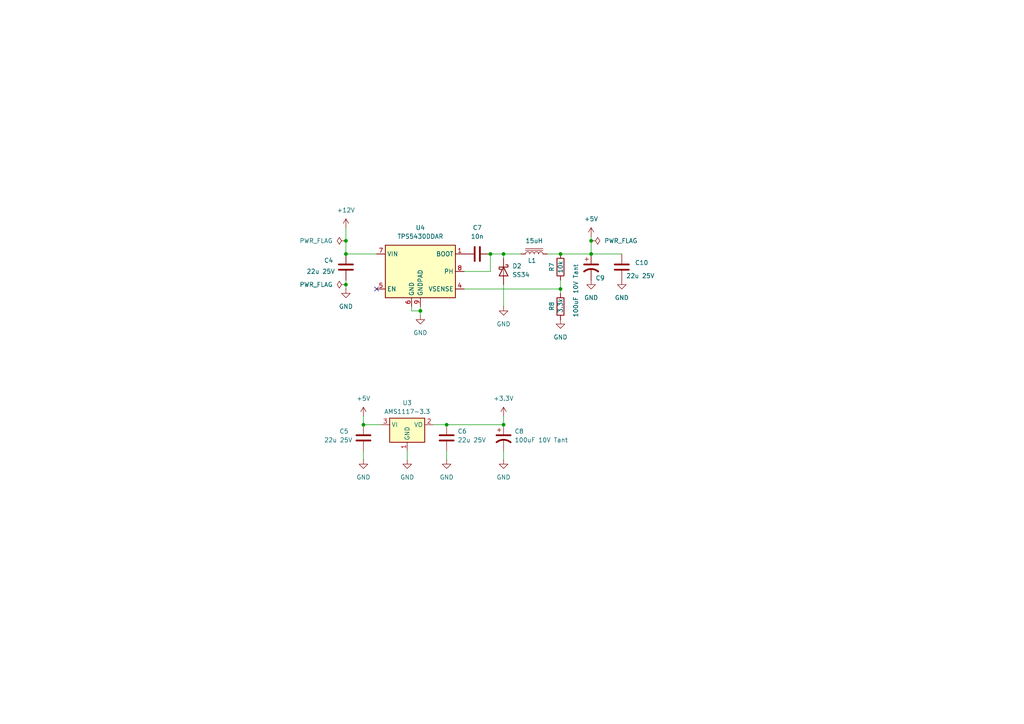
<source format=kicad_sch>
(kicad_sch (version 20231120) (generator "eeschema") (generator_version "8.0")
  (paper "A4")
  (lib_symbols
    (symbol "Device:C" (pin_numbers hide) (pin_names (offset 0.254))
      (property "Reference" "C" (at 0.635 2.54 0))
      (property "Value" "C" (at 0.635 -2.54 0))
      (symbol "C_0_1"
        (polyline (pts (xy -2.032 -0.762) (xy 2.032 -0.762)) (stroke (width 0.508)))
        (polyline (pts (xy -2.032 0.762) (xy 2.032 0.762)) (stroke (width 0.508)))
      )
      (symbol "C_1_1"
        (pin passive line (at 0 3.81 270) (length 2.794) (name "~") (number "1"))
        (pin passive line (at 0 -3.81 90) (length 2.794) (name "~") (number "2"))
      )
    )
    (symbol "Device:C_Polarized_US" (pin_numbers hide) (pin_names (offset 0.254) hide)
      (property "Reference" "C" (at 0.635 2.54 0))
      (property "Value" "C_Polarized_US" (at 0.635 -2.54 0))
      (symbol "C_Polarized_US_0_1"
        (polyline (pts (xy -2.032 0.762) (xy 2.032 0.762)) (stroke (width 0.508)))
        (polyline (pts (xy -1.778 2.286) (xy -0.762 2.286)))
        (polyline (pts (xy -1.27 1.778) (xy -1.27 2.794)))
        (arc (start 2.032 -1.27) (mid 0 -0.5572) (end -2.032 -1.27) (stroke (width 0.508)))
      )
      (symbol "C_Polarized_US_1_1"
        (pin passive line (at 0 3.81 270) (length 2.794) (name "~") (number "1"))
        (pin passive line (at 0 -3.81 90) (length 3.302) (name "~") (number "2"))
      )
    )
    (symbol "Device:D_Schottky" (pin_numbers hide) (pin_names (offset 1.016) hide)
      (property "Reference" "D" (at 0 2.54 0))
      (property "Value" "D_Schottky" (at 0 -2.54 0))
      (symbol "D_Schottky_0_1"
        (polyline (pts (xy 1.27 0) (xy -1.27 0)))
        (polyline (pts (xy 1.27 1.27) (xy 1.27 -1.27) (xy -1.27 0) (xy 1.27 1.27)) (stroke (width 0.254)))
        (polyline (pts (xy -1.905 0.635) (xy -1.905 1.27) (xy -1.27 1.27) (xy -1.27 -1.27) (xy -0.635 -1.27) (xy -0.635 -0.635)) (stroke (width 0.254)))
      )
      (symbol "D_Schottky_1_1"
        (pin passive line (at -3.81 0 0) (length 2.54) (name "K") (number "1"))
        (pin passive line (at 3.81 0 180) (length 2.54) (name "A") (number "2"))
      )
    )
    (symbol "Device:L_Iron" (pin_numbers hide) (pin_names (offset 1.016) hide)
      (property "Reference" "L" (at -1.27 0 90))
      (property "Value" "L_Iron" (at 2.794 0 90))
      (symbol "L_Iron_0_1"
        (arc (start 0 -2.54) (mid 0.6323 -1.905) (end 0 -1.27))
        (arc (start 0 -1.27) (mid 0.6323 -0.635) (end 0 0))
        (polyline (pts (xy 1.016 2.54) (xy 1.016 -2.54)))
        (polyline (pts (xy 1.524 -2.54) (xy 1.524 2.54)))
        (arc (start 0 0) (mid 0.6323 0.635) (end 0 1.27))
        (arc (start 0 1.27) (mid 0.6323 1.905) (end 0 2.54))
      )
      (symbol "L_Iron_1_1"
        (pin passive line (at 0 3.81 270) (length 1.27) (name "1") (number "1"))
        (pin passive line (at 0 -3.81 90) (length 1.27) (name "2") (number "2"))
      )
    )
    (symbol "Device:R" (pin_numbers hide) (pin_names (offset 0))
      (property "Reference" "R" (at 2.032 0 90))
      (property "Value" "R" (at 0 0 90))
      (symbol "R_0_1"
        (rectangle (start -1.016 -2.54) (end 1.016 2.54) (stroke (width 0.254)))
      )
      (symbol "R_1_1"
        (pin passive line (at 0 3.81 270) (length 1.27) (name "~") (number "1"))
        (pin passive line (at 0 -3.81 90) (length 1.27) (name "~") (number "2"))
      )
    )
    (symbol "Regulator_Linear:AMS1117-3.3"
      (property "Reference" "U" (at -3.81 3.175 0))
      (property "Value" "AMS1117-3.3" (at 0 3.175 0))
      (symbol "AMS1117-3.3_0_1"
        (rectangle (start -5.08 -5.08) (end 5.08 1.905) (stroke (width 0.254)) (fill (type background)))
      )
      (symbol "AMS1117-3.3_1_1"
        (pin power_in line (at 0 -7.62 90) (length 2.54) (name "GND") (number "1"))
        (pin power_out line (at 7.62 0 180) (length 2.54) (name "VO") (number "2"))
        (pin power_in line (at -7.62 0 0) (length 2.54) (name "VI") (number "3"))
      )
    )
    (symbol "Regulator_Switching:TPS5430DDA"
      (property "Reference" "U" (at -10.16 8.89 0))
      (property "Value" "TPS5430DDA" (at -1.27 8.89 0))
      (symbol "TPS5430DDA_0_1"
        (rectangle (start -10.16 7.62) (end 10.16 -7.62) (stroke (width 0.254)) (fill (type background)))
      )
      (symbol "TPS5430DDA_1_1"
        (pin input line (at 12.7 5.08 180) (length 2.54) (name "BOOT") (number "1"))
        (pin no_connect line (at -10.16 2.54 0) (length 2.54) hide (name "NC") (number "2"))
        (pin no_connect line (at -10.16 -2.54 0) (length 2.54) hide (name "NC") (number "3"))
        (pin input line (at 12.7 -5.08 180) (length 2.54) (name "VSENSE") (number "4"))
        (pin input line (at -12.7 -5.08 0) (length 2.54) (name "EN") (number "5"))
        (pin power_in line (at -2.54 -10.16 90) (length 2.54) (name "GND") (number "6"))
        (pin power_in line (at -12.7 5.08 0) (length 2.54) (name "VIN") (number "7"))
        (pin output line (at 12.7 0 180) (length 2.54) (name "PH") (number "8"))
        (pin power_in line (at 0 -10.16 90) (length 2.54) (name "GNDPAD") (number "9"))
      )
    )
    (symbol "power:+12V" (power) (pin_numbers hide) (pin_names (offset 0) hide)
      (property "Value" "+12V" (at 0 3.556 0))
      (symbol "+12V_0_1"
        (polyline (pts (xy -0.762 1.27) (xy 0 2.54)))
        (polyline (pts (xy 0 0) (xy 0 2.54)))
        (polyline (pts (xy 0 2.54) (xy 0.762 1.27)))
      )
      (symbol "+12V_1_1"
        (pin power_in line (at 0 0 90) (length 0) (name "~") (number "1"))
      )
    )
    (symbol "power:+3.3V" (power) (pin_numbers hide) (pin_names (offset 0) hide)
      (property "Value" "+3.3V" (at 0 3.556 0))
      (symbol "+3.3V_0_1"
        (polyline (pts (xy -0.762 1.27) (xy 0 2.54)))
        (polyline (pts (xy 0 0) (xy 0 2.54)))
        (polyline (pts (xy 0 2.54) (xy 0.762 1.27)))
      )
      (symbol "+3.3V_1_1"
        (pin power_in line (at 0 0 90) (length 0) (name "~") (number "1"))
      )
    )
    (symbol "power:+5V" (power) (pin_numbers hide) (pin_names (offset 0) hide)
      (property "Value" "+5V" (at 0 3.556 0))
      (symbol "+5V_0_1"
        (polyline (pts (xy -0.762 1.27) (xy 0 2.54)))
        (polyline (pts (xy 0 0) (xy 0 2.54)))
        (polyline (pts (xy 0 2.54) (xy 0.762 1.27)))
      )
      (symbol "+5V_1_1"
        (pin power_in line (at 0 0 90) (length 0) (name "~") (number "1"))
      )
    )
    (symbol "power:GND" (power) (pin_numbers hide) (pin_names (offset 0) hide)
      (property "Value" "GND" (at 0 -3.81 0))
      (symbol "GND_0_1"
        (polyline (pts (xy 0 0) (xy 0 -1.27) (xy 1.27 -1.27) (xy 0 -2.54) (xy -1.27 -1.27) (xy 0 -1.27)))
      )
      (symbol "GND_1_1"
        (pin power_in line (at 0 0 270) (length 0) (name "~") (number "1"))
      )
    )
    (symbol "power:PWR_FLAG" (power) (pin_numbers hide) (pin_names (offset 0) hide)
      (property "Value" "PWR_FLAG" (at 0 3.81 0))
      (symbol "PWR_FLAG_0_0"
        (pin power_out line (at 0 0 90) (length 0) (name "~") (number "1"))
      )
      (symbol "PWR_FLAG_0_1"
        (polyline (pts (xy 0 0) (xy 0 1.27) (xy -1.016 1.905) (xy 0 2.54) (xy 1.016 1.905) (xy 0 1.27)))
      )
    )
  )
  (junction (at 105.41 123.19))
  (junction (at 100.33 73.66))
  (junction (at 146.05 123.19))
  (junction (at 100.33 69.85))
  (junction (at 142.24 73.66))
  (junction (at 171.45 69.85))
  (junction (at 171.45 73.66))
  (junction (at 129.54 123.19))
  (junction (at 162.56 73.66))
  (junction (at 121.92 90.17))
  (junction (at 162.56 83.82))
  (junction (at 146.05 73.66))
  (junction (at 100.33 82.55))
  (no_connect (at 109.22 83.82))
  (wire (pts (xy 158.75 73.66) (xy 162.56 73.66)))
  (wire (pts (xy 121.92 88.9) (xy 121.92 90.17)))
  (wire (pts (xy 105.41 130.81) (xy 105.41 133.35)))
  (wire (pts (xy 129.54 130.81) (xy 129.54 133.35)))
  (wire (pts (xy 134.62 78.74) (xy 142.24 78.74)))
  (wire (pts (xy 142.24 78.74) (xy 142.24 73.66)))
  (wire (pts (xy 121.92 90.17) (xy 121.92 91.44)))
  (wire (pts (xy 162.56 83.82) (xy 162.56 81.28)))
  (wire (pts (xy 109.22 73.66) (xy 100.33 73.66)))
  (wire (pts (xy 171.45 68.58) (xy 171.45 69.85)))
  (wire (pts (xy 100.33 81.28) (xy 100.33 82.55)))
  (wire (pts (xy 129.54 123.19) (xy 146.05 123.19)))
  (wire (pts (xy 162.56 85.09) (xy 162.56 83.82)))
  (wire (pts (xy 119.38 88.9) (xy 119.38 90.17)))
  (wire (pts (xy 100.33 66.04) (xy 100.33 69.85)))
  (wire (pts (xy 146.05 74.93) (xy 146.05 73.66)))
  (wire (pts (xy 119.38 90.17) (xy 121.92 90.17)))
  (wire (pts (xy 142.24 73.66) (xy 146.05 73.66)))
  (wire (pts (xy 146.05 73.66) (xy 151.13 73.66)))
  (wire (pts (xy 171.45 69.85) (xy 171.45 73.66)))
  (wire (pts (xy 134.62 83.82) (xy 162.56 83.82)))
  (wire (pts (xy 105.41 123.19) (xy 110.49 123.19)))
  (wire (pts (xy 100.33 69.85) (xy 100.33 73.66)))
  (wire (pts (xy 118.11 130.81) (xy 118.11 133.35)))
  (wire (pts (xy 125.73 123.19) (xy 129.54 123.19)))
  (wire (pts (xy 171.45 73.66) (xy 180.34 73.66)))
  (wire (pts (xy 146.05 130.81) (xy 146.05 133.35)))
  (wire (pts (xy 162.56 73.66) (xy 171.45 73.66)))
  (wire (pts (xy 146.05 123.19) (xy 146.05 120.65)))
  (wire (pts (xy 100.33 82.55) (xy 100.33 83.82)))
  (wire (pts (xy 105.41 120.65) (xy 105.41 123.19)))
  (wire (pts (xy 146.05 82.55) (xy 146.05 88.9)))
  (symbol (lib_id "power:GND") (at 121.92 91.44 0) (unit 1)
    (property "Reference" "#PWR026" (effects (hide yes)))
    (property "Value" "GND" (at 121.92 96.52 0))
    (property "Description" "Power symbol creates a global label with name \"GND\" , ground" (effects (hide yes)))
  )
  (symbol (lib_id "power:+5V") (at 171.45 68.58 0) (unit 1)
    (property "Reference" "#PWR032" (effects (hide yes)))
    (property "Value" "+5V" (at 171.45 63.5 0))
    (property "Description" "Power symbol creates a global label with name \"+5V\"" (effects (hide yes)))
  )
  (symbol (lib_id "Device:R") (at 162.56 88.9 0) (unit 1)
    (property "Reference" "R8" (at 160.02 90.17 90) (effects (justify left)))
    (property "Value" "3.3k" (at 162.56 90.805 90) (effects (justify left)))
    (property "Footprint" "Resistor_SMD:R_0603_1608Metric" (effects (hide yes)))
    (property "MPN" "C22978" (effects (hide yes)))
  )
  (symbol (lib_id "Device:C") (at 105.41 127 0) (unit 1)
    (property "Reference" "C5" (at 98.425 125.095 0) (effects (justify left)))
    (property "Value" "22u 25V" (at 93.98 127.635 0) (effects (justify left)))
    (property "Footprint" "Capacitor_SMD:C_1206_3216Metric" (effects (hide yes)))
    (property "MPN" "C12891" (effects (hide yes)))
  )
  (symbol (lib_id "power:GND") (at 171.45 81.28 0) (unit 1)
    (property "Reference" "#PWR033" (effects (hide yes)))
    (property "Value" "GND" (at 171.45 86.36 0))
    (property "Description" "Power symbol creates a global label with name \"GND\" , ground" (effects (hide yes)))
  )
  (symbol (lib_id "power:GND") (at 118.11 133.35 0) (unit 1)
    (property "Reference" "#PWR025" (effects (hide yes)))
    (property "Value" "GND" (at 118.11 138.43 0))
    (property "Description" "Power symbol creates a global label with name \"GND\" , ground" (effects (hide yes)))
  )
  (symbol (lib_id "power:GND") (at 105.41 133.35 0) (unit 1)
    (property "Reference" "#PWR024" (effects (hide yes)))
    (property "Value" "GND" (at 105.41 138.43 0))
    (property "Description" "Power symbol creates a global label with name \"GND\" , ground" (effects (hide yes)))
  )
  (symbol (lib_id "Regulator_Linear:AMS1117-3.3") (at 118.11 123.19 0) (unit 1)
    (property "Reference" "U3" (at 118.11 116.84 0))
    (property "Value" "AMS1117-3.3" (at 118.11 119.38 0))
    (property "Footprint" "Package_TO_SOT_SMD:SOT-223-3_TabPin2" (effects (hide yes)))
    (property "Datasheet" "http://www.advanced-monolithic.com/pdf/ds1117.pdf" (effects (hide yes)))
    (property "MPN" "C6186" (effects (hide yes)))
    (property "JLCRotOffset" "-180" (effects (hide yes)))
  )
  (symbol (lib_id "Device:L_Iron") (at 154.94 73.66 90) (unit 1)
    (property "Reference" "L1" (at 154.305 75.565 90))
    (property "Value" "15uH" (at 154.94 69.85 90))
    (property "Footprint" "Inductor_SMD:L_Bourns_SRP7028A_7.3x6.6mm" (effects (hide yes)))
    (property "MPN" "C177243" (effects (hide yes)))
  )
  (symbol (lib_id "power:+5V") (at 105.41 120.65 0) (unit 1)
    (property "Reference" "#PWR023" (effects (hide yes)))
    (property "Value" "+5V" (at 105.41 115.57 0))
    (property "Description" "Power symbol creates a global label with name \"+5V\"" (effects (hide yes)))
  )
  (symbol (lib_id "Device:C") (at 129.54 127 0) (unit 1)
    (property "Reference" "C6" (at 132.715 125.095 0) (effects (justify left)))
    (property "Value" "22u 25V" (at 132.715 127.635 0) (effects (justify left)))
    (property "Footprint" "Capacitor_SMD:C_1206_3216Metric" (effects (hide yes)))
    (property "MPN" "C12891" (effects (hide yes)))
  )
  (symbol (lib_id "Device:C") (at 180.34 77.47 0) (unit 1)
    (property "Reference" "C10" (at 184.15 76.2 0) (effects (justify left)))
    (property "Value" "22u 25V" (at 181.61 80.01 0) (effects (justify left)))
    (property "Footprint" "Capacitor_SMD:C_1206_3216Metric" (effects (hide yes)))
    (property "MPN" "C12891" (effects (hide yes)))
  )
  (symbol (lib_id "Device:R") (at 162.56 77.47 180) (unit 1)
    (property "Reference" "R7" (at 160.02 77.47 90))
    (property "Value" "10k" (at 162.56 77.47 90))
    (property "Footprint" "Resistor_SMD:R_0603_1608Metric" (effects (hide yes)))
    (property "MPN" "C25804" (effects (hide yes)))
  )
  (symbol (lib_id "power:PWR_FLAG") (at 100.33 69.85 90) (unit 1)
    (property "Reference" "#FLG01" (effects (hide yes)))
    (property "Value" "PWR_FLAG" (at 96.52 69.85 90) (effects (justify left)))
    (property "Description" "Special symbol for telling ERC where power comes from" (effects (hide yes)))
  )
  (symbol (lib_id "Device:C") (at 138.43 73.66 270) (unit 1)
    (property "Reference" "C7" (at 138.43 66.04 90))
    (property "Value" "10n" (at 138.43 68.58 90))
    (property "Footprint" "Capacitor_SMD:C_0603_1608Metric" (effects (hide yes)))
    (property "MPN" "C57112" (effects (hide yes)))
  )
  (symbol (lib_id "Regulator_Switching:TPS5430DDA") (at 121.92 78.74 0) (unit 1)
    (property "Reference" "U4" (at 121.92 66.04 0))
    (property "Value" "TPS5430DDAR" (at 121.92 68.58 0))
    (property "Footprint" "Package_SO:TI_SO-PowerPAD-8_ThermalVias" (effects (hide yes)))
    (property "Datasheet" "http://www.ti.com/lit/ds/symlink/tps5430.pdf" (effects (hide yes)))
    (property "MPN" "C9864" (effects (hide yes)))
  )
  (symbol (lib_id "power:GND") (at 162.56 92.71 0) (unit 1)
    (property "Reference" "#PWR031" (effects (hide yes)))
    (property "Value" "GND" (at 162.56 97.79 0))
    (property "Description" "Power symbol creates a global label with name \"GND\" , ground" (effects (hide yes)))
  )
  (symbol (lib_id "power:GND") (at 100.33 83.82 0) (unit 1)
    (property "Reference" "#PWR022" (effects (hide yes)))
    (property "Value" "GND" (at 100.33 88.9 0))
    (property "Description" "Power symbol creates a global label with name \"GND\" , ground" (effects (hide yes)))
  )
  (symbol (lib_id "Device:D_Schottky") (at 146.05 78.74 270) (unit 1)
    (property "Reference" "D2" (at 148.59 77.1525 90) (effects (justify left)))
    (property "Value" "SS34" (at 148.59 79.6925 90) (effects (justify left)))
    (property "Footprint" "Diode_SMD:D_SMA" (effects (hide yes)))
    (property "MPN" "C8678" (effects (hide yes)))
  )
  (symbol (lib_id "Device:C_Polarized_US") (at 146.05 127 0) (unit 1)
    (property "Reference" "C8" (at 149.225 125.095 0) (effects (justify left)))
    (property "Value" "100uF 10V Tant" (at 149.225 127.635 0) (effects (justify left)))
    (property "Footprint" "Capacitor_Tantalum_SMD:CP_EIA-6032-28_Kemet-C" (effects (hide yes)))
    (property "MPN" "C171664" (effects (hide yes)))
    (property "JLCRotOffset" "-180" (effects (hide yes)))
  )
  (symbol (lib_id "power:+3.3V") (at 146.05 120.65 0) (unit 1)
    (property "Reference" "#PWR029" (effects (hide yes)))
    (property "Value" "+3.3V" (at 146.05 115.57 0))
    (property "Description" "Power symbol creates a global label with name \"+3.3V\"" (effects (hide yes)))
  )
  (symbol (lib_id "Device:C") (at 100.33 77.47 0) (unit 1)
    (property "Reference" "C4" (at 93.98 75.565 0) (effects (justify left)))
    (property "Value" "22u 25V" (at 88.9 78.74 0) (effects (justify left)))
    (property "Footprint" "Capacitor_SMD:C_1206_3216Metric" (effects (hide yes)))
    (property "MPN" "C12891" (effects (hide yes)))
  )
  (symbol (lib_id "power:PWR_FLAG") (at 100.33 82.55 90) (unit 1)
    (property "Reference" "#FLG02" (effects (hide yes)))
    (property "Value" "PWR_FLAG" (at 96.52 82.55 90) (effects (justify left)))
    (property "Description" "Special symbol for telling ERC where power comes from" (effects (hide yes)))
  )
  (symbol (lib_id "power:GND") (at 146.05 133.35 0) (unit 1)
    (property "Reference" "#PWR030" (effects (hide yes)))
    (property "Value" "GND" (at 146.05 138.43 0))
    (property "Description" "Power symbol creates a global label with name \"GND\" , ground" (effects (hide yes)))
  )
  (symbol (lib_id "power:GND") (at 129.54 133.35 0) (unit 1)
    (property "Reference" "#PWR027" (effects (hide yes)))
    (property "Value" "GND" (at 129.54 138.43 0))
    (property "Description" "Power symbol creates a global label with name \"GND\" , ground" (effects (hide yes)))
  )
  (symbol (lib_id "power:PWR_FLAG") (at 171.45 69.85 270) (unit 1)
    (property "Reference" "#FLG03" (effects (hide yes)))
    (property "Value" "PWR_FLAG" (at 175.26 69.85 90) (effects (justify left)))
    (property "Description" "Special symbol for telling ERC where power comes from" (effects (hide yes)))
  )
  (symbol (lib_id "Device:C_Polarized_US") (at 171.45 77.47 0) (unit 1)
    (property "Reference" "C9" (at 172.72 80.645 0) (effects (justify left)))
    (property "Value" "100uF 10V Tant" (at 167.005 92.075 90) (effects (justify left)))
    (property "Footprint" "Capacitor_Tantalum_SMD:CP_EIA-6032-28_Kemet-C" (effects (hide yes)))
    (property "MPN" "C171664" (effects (hide yes)))
    (property "JLCRotOffset" "-180" (effects (hide yes)))
  )
  (symbol (lib_id "power:+12V") (at 100.33 66.04 0) (unit 1)
    (property "Reference" "#PWR021" (effects (hide yes)))
    (property "Value" "+12V" (at 100.33 60.96 0))
    (property "Description" "Power symbol creates a global label with name \"+12V\"" (effects (hide yes)))
  )
  (symbol (lib_id "power:GND") (at 180.34 81.28 0) (unit 1)
    (property "Reference" "#PWR034" (effects (hide yes)))
    (property "Value" "GND" (at 180.34 86.36 0))
    (property "Description" "Power symbol creates a global label with name \"GND\" , ground" (effects (hide yes)))
  )
  (symbol (lib_id "power:GND") (at 146.05 88.9 0) (unit 1)
    (property "Reference" "#PWR028" (effects (hide yes)))
    (property "Value" "GND" (at 146.05 93.98 0))
    (property "Description" "Power symbol creates a global label with name \"GND\" , ground" (effects (hide yes)))
  )
)
</source>
